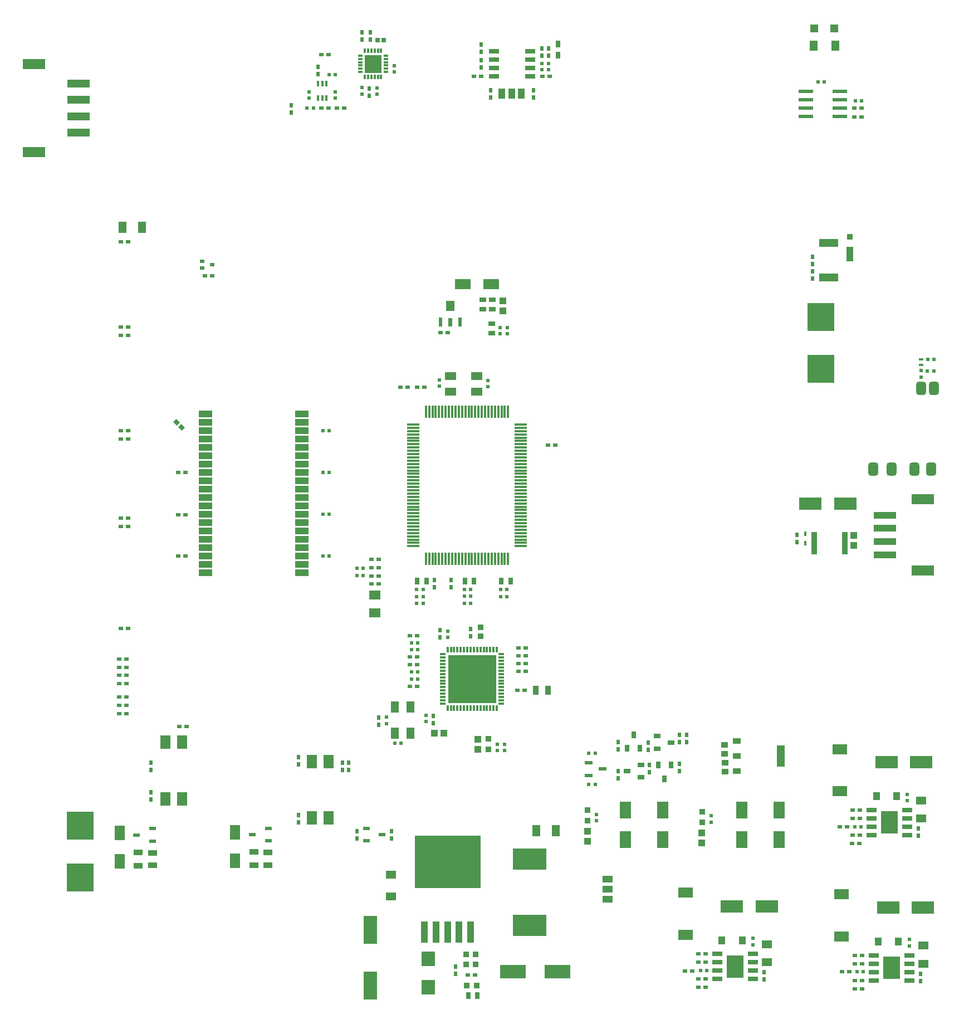
<source format=gtp>
G04*
G04 #@! TF.GenerationSoftware,Altium Limited,Altium Designer,22.2.1 (43)*
G04*
G04 Layer_Color=8421504*
%FSLAX25Y25*%
%MOIN*%
G70*
G04*
G04 #@! TF.SameCoordinates,1D5F905C-50EE-4002-88AC-00FA8B853EC3*
G04*
G04*
G04 #@! TF.FilePolarity,Positive*
G04*
G01*
G75*
G04:AMPARAMS|DCode=18|XSize=78.74mil|YSize=59.06mil|CornerRadius=14.76mil|HoleSize=0mil|Usage=FLASHONLY|Rotation=90.000|XOffset=0mil|YOffset=0mil|HoleType=Round|Shape=RoundedRectangle|*
%AMROUNDEDRECTD18*
21,1,0.07874,0.02953,0,0,90.0*
21,1,0.04921,0.05906,0,0,90.0*
1,1,0.02953,0.01476,0.02461*
1,1,0.02953,0.01476,-0.02461*
1,1,0.02953,-0.01476,-0.02461*
1,1,0.02953,-0.01476,0.02461*
%
%ADD18ROUNDEDRECTD18*%
%ADD19R,0.03347X0.03347*%
%ADD20R,0.04409X0.08543*%
%ADD21R,0.06004X0.02559*%
%ADD22R,0.02362X0.02953*%
%ADD23R,0.02953X0.02362*%
%ADD24R,0.03150X0.03937*%
%ADD25R,0.03937X0.05906*%
%ADD26R,0.02441X0.02205*%
%ADD27R,0.11811X0.04921*%
%ADD28R,0.04724X0.07087*%
%ADD29R,0.16142X0.16929*%
%ADD30R,0.13780X0.04724*%
%ADD31R,0.13386X0.05906*%
%ADD32R,0.05906X0.03937*%
%ADD33R,0.08661X0.06299*%
%ADD34R,0.02559X0.04331*%
%ADD35R,0.04331X0.02559*%
%ADD36R,0.05118X0.12795*%
%ADD37R,0.05118X0.03740*%
%ADD38R,0.04016X0.03425*%
%ADD39R,0.39370X0.31496*%
%ADD40R,0.03937X0.12598*%
%ADD41R,0.02559X0.01378*%
%ADD42R,0.02205X0.02441*%
%ADD43R,0.06102X0.08268*%
%ADD44R,0.15748X0.08465*%
%ADD45R,0.13780X0.03937*%
%ADD46R,0.13780X0.06299*%
%ADD47R,0.06496X0.04528*%
%ADD48R,0.03937X0.02362*%
%ADD49R,0.01575X0.03740*%
%ADD50R,0.02559X0.02520*%
%ADD51R,0.03150X0.01181*%
%ADD52R,0.01181X0.03150*%
%ADD53R,0.10433X0.10827*%
%ADD54R,0.04961X0.04606*%
%ADD55R,0.08661X0.02362*%
%ADD56R,0.02520X0.01850*%
%ADD57R,0.08465X0.17126*%
%ADD58R,0.04528X0.06496*%
%ADD59R,0.03071X0.03898*%
%ADD60R,0.03740X0.03740*%
%ADD61R,0.08071X0.08858*%
%ADD62R,0.20079X0.12598*%
%ADD63R,0.06102X0.09055*%
%ADD64R,0.03543X0.05512*%
%ADD65R,0.07087X0.10236*%
%ADD66R,0.01654X0.02677*%
%ADD67R,0.01181X0.07284*%
%ADD68R,0.07284X0.01181*%
%ADD69R,0.01181X0.03347*%
%ADD70R,0.03347X0.01181*%
%ADD71R,0.29134X0.29134*%
%ADD72R,0.07087X0.04724*%
G04:AMPARAMS|DCode=73|XSize=29.53mil|YSize=23.62mil|CornerRadius=0mil|HoleSize=0mil|Usage=FLASHONLY|Rotation=315.000|XOffset=0mil|YOffset=0mil|HoleType=Round|Shape=Rectangle|*
%AMROTATEDRECTD73*
4,1,4,-0.01879,0.00209,-0.00209,0.01879,0.01879,-0.00209,0.00209,-0.01879,-0.01879,0.00209,0.0*
%
%ADD73ROTATEDRECTD73*%

%ADD74R,0.05512X0.03740*%
%ADD75R,0.05709X0.03740*%
%ADD76R,0.07087X0.05512*%
%ADD77R,0.03701X0.03189*%
%ADD78R,0.02244X0.05512*%
%ADD79R,0.03937X0.03937*%
%ADD80R,0.09252X0.06102*%
%ADD81R,0.03898X0.03071*%
%ADD82R,0.03937X0.03937*%
%ADD83R,0.03740X0.03543*%
%ADD84R,0.04921X0.02362*%
%ADD85R,0.03347X0.13504*%
%ADD86R,0.13780X0.07284*%
%ADD87R,0.02362X0.02756*%
%ADD88R,0.06417X0.04606*%
%ADD89R,0.04409X0.04803*%
%ADD90R,0.06004X0.02756*%
%ADD91R,0.10079X0.13583*%
%ADD92R,0.08248X0.04016*%
G36*
X259863Y420562D02*
Y415739D01*
X257304D01*
Y420562D01*
X259863D01*
D02*
G37*
G36*
X261073Y431093D02*
Y424991D01*
X256093D01*
Y431093D01*
X261073D01*
D02*
G37*
D18*
X548139Y378780D02*
D03*
X540265D02*
D03*
X522761Y330355D02*
D03*
X546383D02*
D03*
X536462D02*
D03*
X511816D02*
D03*
D19*
X497757Y469459D02*
D03*
D20*
Y458908D02*
D03*
D21*
X306268Y565424D02*
D03*
Y570424D02*
D03*
Y575424D02*
D03*
Y580424D02*
D03*
X284914D02*
D03*
Y575424D02*
D03*
Y570424D02*
D03*
Y565424D02*
D03*
D22*
X277166Y575208D02*
D03*
Y570877D02*
D03*
X282914Y557176D02*
D03*
Y552845D02*
D03*
X308386Y557176D02*
D03*
Y552845D02*
D03*
X313426Y582097D02*
D03*
Y577767D02*
D03*
X317363Y582058D02*
D03*
Y577727D02*
D03*
X277166Y580207D02*
D03*
Y584538D02*
D03*
X475376Y457486D02*
D03*
Y453155D02*
D03*
X475415Y448667D02*
D03*
Y444336D02*
D03*
X400040Y166979D02*
D03*
Y171310D02*
D03*
X359213Y149774D02*
D03*
Y145444D02*
D03*
X395828Y149892D02*
D03*
Y154223D02*
D03*
X377875Y153436D02*
D03*
Y149105D02*
D03*
X395867Y166979D02*
D03*
Y171310D02*
D03*
X377166Y162530D02*
D03*
Y166861D02*
D03*
X359253Y162609D02*
D03*
Y166940D02*
D03*
X167796Y153672D02*
D03*
Y158003D02*
D03*
X167717Y123515D02*
D03*
Y119184D02*
D03*
X197678Y150404D02*
D03*
Y154735D02*
D03*
X193977D02*
D03*
Y150404D02*
D03*
X163308Y543593D02*
D03*
Y547924D02*
D03*
X261812Y28515D02*
D03*
Y32845D02*
D03*
X223269Y109420D02*
D03*
Y113751D02*
D03*
X202598Y109459D02*
D03*
Y113790D02*
D03*
X179371Y566704D02*
D03*
Y571034D02*
D03*
X205670Y591743D02*
D03*
Y587412D02*
D03*
X210610Y591704D02*
D03*
Y587373D02*
D03*
X210237Y558160D02*
D03*
Y553829D02*
D03*
X248544Y182747D02*
D03*
Y178416D02*
D03*
X270749Y234696D02*
D03*
Y230365D02*
D03*
X215748Y181861D02*
D03*
Y177530D02*
D03*
X252519Y234184D02*
D03*
Y229853D02*
D03*
X259058Y259655D02*
D03*
Y263986D02*
D03*
X249213Y259655D02*
D03*
Y263986D02*
D03*
X79371Y150444D02*
D03*
Y154774D02*
D03*
X79468Y137058D02*
D03*
Y132727D02*
D03*
X538840Y111151D02*
D03*
Y115482D02*
D03*
X540258Y24222D02*
D03*
Y28553D02*
D03*
X446470Y24970D02*
D03*
Y29301D02*
D03*
D23*
X276969Y565444D02*
D03*
X272639D02*
D03*
X318111Y565522D02*
D03*
X313780D02*
D03*
X64725Y193987D02*
D03*
X60394D02*
D03*
X181536Y578554D02*
D03*
X185867D02*
D03*
X190670Y546349D02*
D03*
X195001D02*
D03*
X273465Y27606D02*
D03*
X269135D02*
D03*
X181379Y546389D02*
D03*
X185709D02*
D03*
X238702Y230881D02*
D03*
X234371D02*
D03*
X238662Y217925D02*
D03*
X234331D02*
D03*
X238662Y213397D02*
D03*
X234331D02*
D03*
X238702Y200326D02*
D03*
X234371D02*
D03*
X116142Y446151D02*
D03*
X111812D02*
D03*
X64725Y188988D02*
D03*
X60394D02*
D03*
Y184066D02*
D03*
X64725D02*
D03*
X60316Y206898D02*
D03*
X64646D02*
D03*
X60276Y211821D02*
D03*
X64607D02*
D03*
X60276Y216743D02*
D03*
X64607D02*
D03*
X60394Y201976D02*
D03*
X64725D02*
D03*
X299331Y223396D02*
D03*
X303662D02*
D03*
X299331Y218672D02*
D03*
X303662D02*
D03*
X299331Y213908D02*
D03*
X303662D02*
D03*
X500317Y546231D02*
D03*
X504647D02*
D03*
X500317Y541152D02*
D03*
X504647D02*
D03*
X299331Y209263D02*
D03*
X303662D02*
D03*
X298780Y197963D02*
D03*
X303111D02*
D03*
X317048Y344735D02*
D03*
X321379D02*
D03*
X100237Y303200D02*
D03*
X95906D02*
D03*
X100237Y278357D02*
D03*
X95906D02*
D03*
X100237Y328357D02*
D03*
X95906D02*
D03*
X211457Y276428D02*
D03*
X215788D02*
D03*
X215749Y271469D02*
D03*
X211418D02*
D03*
X211379Y261625D02*
D03*
X215709D02*
D03*
X215670Y266547D02*
D03*
X211339D02*
D03*
X252599Y411998D02*
D03*
X256930D02*
D03*
X96339Y176389D02*
D03*
X100670D02*
D03*
X503700Y126429D02*
D03*
X499370D02*
D03*
Y121507D02*
D03*
X503700D02*
D03*
X491613Y116428D02*
D03*
X495944D02*
D03*
X499253Y106467D02*
D03*
X503583D02*
D03*
X499331Y111428D02*
D03*
X503662D02*
D03*
X505118Y39421D02*
D03*
X500787D02*
D03*
Y34499D02*
D03*
X505118D02*
D03*
X493030Y29578D02*
D03*
X497361D02*
D03*
X500749Y24459D02*
D03*
X505079D02*
D03*
X500709Y19536D02*
D03*
X505040D02*
D03*
X399243Y30207D02*
D03*
X403574D02*
D03*
X411330Y40248D02*
D03*
X407000D02*
D03*
Y35326D02*
D03*
X411330D02*
D03*
X407000Y25247D02*
D03*
X411330D02*
D03*
X407000Y20325D02*
D03*
X411330D02*
D03*
X61418Y296192D02*
D03*
X65749D02*
D03*
X61399Y415286D02*
D03*
X65730D02*
D03*
X61399Y466231D02*
D03*
X65730D02*
D03*
X61399Y235129D02*
D03*
X65730D02*
D03*
X61399Y301114D02*
D03*
X65730D02*
D03*
X61399Y348396D02*
D03*
X65730D02*
D03*
X61399Y353319D02*
D03*
X65730D02*
D03*
X61399Y410364D02*
D03*
X65730D02*
D03*
X238662Y379499D02*
D03*
X242993D02*
D03*
X228819D02*
D03*
X233149D02*
D03*
D24*
X323190Y578200D02*
D03*
Y584893D02*
D03*
D25*
X301261Y555207D02*
D03*
X295355D02*
D03*
X289450D02*
D03*
D26*
X317520Y573200D02*
D03*
Y569420D02*
D03*
X313505Y573160D02*
D03*
Y569381D02*
D03*
X540431Y385513D02*
D03*
Y389292D02*
D03*
X189686Y552412D02*
D03*
Y556192D02*
D03*
X174252Y552333D02*
D03*
Y556113D02*
D03*
X205669Y558593D02*
D03*
Y554814D02*
D03*
X214805Y554735D02*
D03*
Y558515D02*
D03*
X225001Y571822D02*
D03*
Y568042D02*
D03*
X252205Y383829D02*
D03*
Y380050D02*
D03*
X281024Y379656D02*
D03*
Y383436D02*
D03*
X257087Y229735D02*
D03*
Y233515D02*
D03*
X220316Y181979D02*
D03*
Y178200D02*
D03*
X243977Y183160D02*
D03*
Y179381D02*
D03*
X288427Y411370D02*
D03*
Y415149D02*
D03*
X292640Y411409D02*
D03*
Y415189D02*
D03*
X346181Y119932D02*
D03*
Y123711D02*
D03*
X414688Y119173D02*
D03*
Y122953D02*
D03*
X286756Y161974D02*
D03*
Y165753D02*
D03*
X290970Y162013D02*
D03*
Y165793D02*
D03*
X532048Y135855D02*
D03*
Y132076D02*
D03*
X533505Y48907D02*
D03*
Y45128D02*
D03*
X439764Y49656D02*
D03*
Y45877D02*
D03*
D27*
X485100Y465695D02*
D03*
Y445025D02*
D03*
D28*
X321851Y114223D02*
D03*
X310040D02*
D03*
X225287Y172372D02*
D03*
Y188120D02*
D03*
X234736D02*
D03*
Y172372D02*
D03*
X62560Y474971D02*
D03*
X73977D02*
D03*
D29*
X480513Y390286D02*
D03*
Y421389D02*
D03*
X36969Y117018D02*
D03*
Y85916D02*
D03*
D30*
X36143Y561192D02*
D03*
Y551349D02*
D03*
Y541507D02*
D03*
Y531664D02*
D03*
D31*
X9528Y520050D02*
D03*
Y572806D02*
D03*
D32*
X352599Y73121D02*
D03*
Y79026D02*
D03*
Y84932D02*
D03*
D33*
X492835Y50759D02*
D03*
Y75955D02*
D03*
X491812Y162765D02*
D03*
Y137568D02*
D03*
X399385Y76979D02*
D03*
Y51782D02*
D03*
D34*
X386851Y145129D02*
D03*
X383072Y153396D02*
D03*
X390631D02*
D03*
X368268Y171507D02*
D03*
X372048Y163239D02*
D03*
X364489D02*
D03*
D35*
X364410Y149735D02*
D03*
X372678Y153515D02*
D03*
Y145956D02*
D03*
X390709Y166822D02*
D03*
X382442Y163042D02*
D03*
Y170601D02*
D03*
D36*
X456418Y158790D02*
D03*
D37*
X430040Y149774D02*
D03*
Y158790D02*
D03*
Y167806D02*
D03*
D38*
X422993Y149499D02*
D03*
Y154853D02*
D03*
X422914Y160050D02*
D03*
Y165404D02*
D03*
D39*
X256930Y95286D02*
D03*
D40*
X270828Y53554D02*
D03*
X263918D02*
D03*
X257009D02*
D03*
X250099D02*
D03*
X243190D02*
D03*
D41*
X540470Y392658D02*
D03*
Y396005D02*
D03*
D42*
X544171Y389213D02*
D03*
X547950D02*
D03*
X544368Y395985D02*
D03*
X548147D02*
D03*
X176634Y546310D02*
D03*
X172854D02*
D03*
X189764Y566389D02*
D03*
X185985D02*
D03*
X501064Y550837D02*
D03*
X504843D02*
D03*
X478701Y561979D02*
D03*
X482481D02*
D03*
X182284Y353436D02*
D03*
X186064D02*
D03*
X182284Y328357D02*
D03*
X186064D02*
D03*
X182284Y278239D02*
D03*
X186064D02*
D03*
X182284Y303397D02*
D03*
X186064D02*
D03*
X229056Y166229D02*
D03*
X225276D02*
D03*
X206457Y266782D02*
D03*
X202678D02*
D03*
Y271074D02*
D03*
X206457D02*
D03*
X238543Y250002D02*
D03*
X242323D02*
D03*
X238543Y254215D02*
D03*
X242323D02*
D03*
X238506Y258429D02*
D03*
X242285D02*
D03*
X267050Y258493D02*
D03*
X270830D02*
D03*
X267048Y254279D02*
D03*
X270828D02*
D03*
X267009Y250066D02*
D03*
X270788D02*
D03*
X288741Y254204D02*
D03*
X292520D02*
D03*
X288783Y258417D02*
D03*
X292562D02*
D03*
X341497Y141584D02*
D03*
X345276D02*
D03*
X341497Y160327D02*
D03*
X345276D02*
D03*
X500689Y116428D02*
D03*
X504468D02*
D03*
X502106Y29578D02*
D03*
X505886D02*
D03*
X408319Y30247D02*
D03*
X412098D02*
D03*
X239056Y204696D02*
D03*
X235276D02*
D03*
X239056Y209025D02*
D03*
X235276D02*
D03*
X239095Y226510D02*
D03*
X235316D02*
D03*
X239056Y222296D02*
D03*
X235276D02*
D03*
D43*
X175749Y155483D02*
D03*
X185749D02*
D03*
Y121625D02*
D03*
X175749D02*
D03*
X88072Y167058D02*
D03*
X98072D02*
D03*
Y133200D02*
D03*
X88072D02*
D03*
D44*
X296261Y29755D02*
D03*
X322639D02*
D03*
D45*
X518859Y279184D02*
D03*
Y287058D02*
D03*
Y294932D02*
D03*
Y302806D02*
D03*
D46*
X541300Y312255D02*
D03*
Y269735D02*
D03*
D47*
X222993Y87727D02*
D03*
Y74735D02*
D03*
D48*
X208308Y115503D02*
D03*
Y107983D02*
D03*
X217757Y111743D02*
D03*
X149647Y107925D02*
D03*
Y115445D02*
D03*
X140199Y111685D02*
D03*
X80356Y107728D02*
D03*
Y115248D02*
D03*
X70907Y111488D02*
D03*
D49*
X184528Y560995D02*
D03*
X181969D02*
D03*
X179410D02*
D03*
Y552333D02*
D03*
X181969D02*
D03*
X184528D02*
D03*
D50*
X218780Y587137D02*
D03*
X215237D02*
D03*
D51*
X204646Y577806D02*
D03*
Y575837D02*
D03*
Y573869D02*
D03*
Y571900D02*
D03*
Y569932D02*
D03*
Y567963D02*
D03*
X220001D02*
D03*
Y569932D02*
D03*
Y571900D02*
D03*
Y573869D02*
D03*
Y575837D02*
D03*
Y577806D02*
D03*
D52*
X207402Y565207D02*
D03*
X209371D02*
D03*
X211339D02*
D03*
X213308D02*
D03*
X215276D02*
D03*
X217245D02*
D03*
Y580562D02*
D03*
X215276D02*
D03*
X213308D02*
D03*
X211339D02*
D03*
X209371D02*
D03*
X207402D02*
D03*
D53*
X212323Y572885D02*
D03*
D54*
X476398Y594107D02*
D03*
X488406D02*
D03*
D55*
X491772Y541290D02*
D03*
Y546290D02*
D03*
Y556290D02*
D03*
X471300Y541290D02*
D03*
Y546290D02*
D03*
Y556290D02*
D03*
X491772Y551290D02*
D03*
X471300D02*
D03*
D56*
X116142Y452845D02*
D03*
X110237Y450877D02*
D03*
Y454814D02*
D03*
D57*
X210909Y21546D02*
D03*
Y54617D02*
D03*
D58*
X489016Y583869D02*
D03*
X476024D02*
D03*
D59*
X269331Y15399D02*
D03*
X274842D02*
D03*
X238819Y263494D02*
D03*
X244330D02*
D03*
X267323Y263455D02*
D03*
X272835D02*
D03*
X289253Y263436D02*
D03*
X294764D02*
D03*
D60*
X268504Y21306D02*
D03*
X274409D02*
D03*
X267953Y33906D02*
D03*
X273859D02*
D03*
X267953Y40010D02*
D03*
X273859D02*
D03*
D61*
X245434Y37352D02*
D03*
Y20423D02*
D03*
D62*
X305946Y57452D02*
D03*
Y97215D02*
D03*
D63*
X129922Y96034D02*
D03*
Y112963D02*
D03*
X60631Y95837D02*
D03*
Y112767D02*
D03*
D64*
X317187Y198003D02*
D03*
X309706D02*
D03*
D65*
X455359Y126535D02*
D03*
Y108819D02*
D03*
X433114Y108779D02*
D03*
Y126496D02*
D03*
X385827Y108779D02*
D03*
Y126496D02*
D03*
X363582Y108751D02*
D03*
Y126467D02*
D03*
D66*
X471024Y291729D02*
D03*
Y286020D02*
D03*
D67*
X244017Y364578D02*
D03*
X245985D02*
D03*
X247954D02*
D03*
X249922D02*
D03*
X251890D02*
D03*
X253859D02*
D03*
X255827D02*
D03*
X257796D02*
D03*
X259765D02*
D03*
X261733D02*
D03*
X263702D02*
D03*
X265670D02*
D03*
X267638D02*
D03*
X269607D02*
D03*
X271575D02*
D03*
X273544D02*
D03*
X275513D02*
D03*
X277481D02*
D03*
X279450D02*
D03*
X281418D02*
D03*
X283386D02*
D03*
X285355D02*
D03*
X287323D02*
D03*
X289292D02*
D03*
X291261D02*
D03*
X293229D02*
D03*
Y276782D02*
D03*
X291261D02*
D03*
X289292D02*
D03*
X287323D02*
D03*
X285355D02*
D03*
X283386D02*
D03*
X281418D02*
D03*
X279450D02*
D03*
X277481D02*
D03*
X275513D02*
D03*
X273544D02*
D03*
X271575D02*
D03*
X269607D02*
D03*
X267638D02*
D03*
X265670D02*
D03*
X263702D02*
D03*
X261733D02*
D03*
X259765D02*
D03*
X257796D02*
D03*
X255827D02*
D03*
X253859D02*
D03*
X251890D02*
D03*
X249922D02*
D03*
X247954D02*
D03*
X245985D02*
D03*
X244017D02*
D03*
D68*
X300709Y357097D02*
D03*
Y355129D02*
D03*
Y353160D02*
D03*
Y351192D02*
D03*
Y349223D02*
D03*
Y347255D02*
D03*
Y345286D02*
D03*
Y343318D02*
D03*
Y341349D02*
D03*
Y339381D02*
D03*
Y337412D02*
D03*
Y335444D02*
D03*
Y333475D02*
D03*
Y331507D02*
D03*
Y329538D02*
D03*
Y327570D02*
D03*
Y325601D02*
D03*
Y323633D02*
D03*
Y321664D02*
D03*
Y319696D02*
D03*
Y317727D02*
D03*
Y315759D02*
D03*
Y313790D02*
D03*
Y311822D02*
D03*
Y309853D02*
D03*
Y307885D02*
D03*
Y305916D02*
D03*
Y303948D02*
D03*
Y301979D02*
D03*
Y300011D02*
D03*
Y298042D02*
D03*
Y296074D02*
D03*
Y294105D02*
D03*
Y292137D02*
D03*
Y290168D02*
D03*
Y288200D02*
D03*
Y286231D02*
D03*
Y284263D02*
D03*
X236536D02*
D03*
Y286231D02*
D03*
Y288200D02*
D03*
Y290168D02*
D03*
Y292137D02*
D03*
Y294105D02*
D03*
Y296074D02*
D03*
Y298042D02*
D03*
Y300011D02*
D03*
Y301979D02*
D03*
Y303948D02*
D03*
Y305916D02*
D03*
Y307885D02*
D03*
Y309853D02*
D03*
Y311822D02*
D03*
Y313790D02*
D03*
Y315759D02*
D03*
Y317727D02*
D03*
Y319696D02*
D03*
Y321664D02*
D03*
Y323633D02*
D03*
Y325601D02*
D03*
Y327570D02*
D03*
Y329538D02*
D03*
Y331507D02*
D03*
Y333475D02*
D03*
Y335444D02*
D03*
Y337412D02*
D03*
Y339381D02*
D03*
Y341349D02*
D03*
Y343318D02*
D03*
Y345286D02*
D03*
Y347255D02*
D03*
Y349223D02*
D03*
Y351192D02*
D03*
Y353160D02*
D03*
Y355129D02*
D03*
Y357097D02*
D03*
D69*
X256969Y187333D02*
D03*
X258938D02*
D03*
X260906D02*
D03*
X262875D02*
D03*
X264843D02*
D03*
X266812D02*
D03*
X268780D02*
D03*
X270749D02*
D03*
X272717D02*
D03*
X274686D02*
D03*
X276654D02*
D03*
X278623D02*
D03*
X280591D02*
D03*
X282560D02*
D03*
X284528D02*
D03*
X286497D02*
D03*
Y222373D02*
D03*
X284528D02*
D03*
X282560D02*
D03*
X280591D02*
D03*
X278623D02*
D03*
X276654D02*
D03*
X274686D02*
D03*
X272717D02*
D03*
X270749D02*
D03*
X268780D02*
D03*
X266812D02*
D03*
X264843D02*
D03*
X262875D02*
D03*
X260906D02*
D03*
X258938D02*
D03*
X256969D02*
D03*
D70*
X289253Y190089D02*
D03*
Y192058D02*
D03*
Y194026D02*
D03*
Y195995D02*
D03*
Y197963D02*
D03*
Y199932D02*
D03*
Y201900D02*
D03*
Y203869D02*
D03*
Y205837D02*
D03*
Y207806D02*
D03*
Y209774D02*
D03*
Y211743D02*
D03*
Y213711D02*
D03*
Y215680D02*
D03*
Y217648D02*
D03*
Y219617D02*
D03*
X254213D02*
D03*
Y217648D02*
D03*
Y215680D02*
D03*
Y213711D02*
D03*
Y211743D02*
D03*
Y209774D02*
D03*
Y207806D02*
D03*
Y205837D02*
D03*
Y203869D02*
D03*
Y201900D02*
D03*
Y199932D02*
D03*
Y197963D02*
D03*
Y195995D02*
D03*
Y194026D02*
D03*
Y192058D02*
D03*
Y190089D02*
D03*
D71*
X271733Y204853D02*
D03*
D72*
X274371Y376664D02*
D03*
X258623D02*
D03*
Y386113D02*
D03*
X274371D02*
D03*
D73*
X97831Y355409D02*
D03*
X94769Y358471D02*
D03*
D74*
X149451Y93515D02*
D03*
Y100995D02*
D03*
X80316Y93397D02*
D03*
Y100877D02*
D03*
D75*
X141183Y101270D02*
D03*
Y93397D02*
D03*
X71891Y101074D02*
D03*
Y93200D02*
D03*
D76*
X213544Y255128D02*
D03*
Y244498D02*
D03*
D77*
X276654Y230483D02*
D03*
Y235759D02*
D03*
D78*
X252678Y418495D02*
D03*
X264489D02*
D03*
D79*
X254883Y172411D02*
D03*
X248977D02*
D03*
D80*
X266064Y441173D02*
D03*
X282993D02*
D03*
D81*
X278151Y431723D02*
D03*
Y426211D02*
D03*
X283861Y431723D02*
D03*
Y426211D02*
D03*
X283465Y411803D02*
D03*
Y417315D02*
D03*
D82*
X289964Y430897D02*
D03*
Y424991D02*
D03*
X340708Y113593D02*
D03*
Y107688D02*
D03*
X409216Y112795D02*
D03*
Y106890D02*
D03*
X500219Y284859D02*
D03*
Y290765D02*
D03*
X275095Y162727D02*
D03*
Y168633D02*
D03*
D83*
X340748Y119932D02*
D03*
Y126231D02*
D03*
X409294Y119095D02*
D03*
Y125395D02*
D03*
X281592Y162609D02*
D03*
Y168908D02*
D03*
D84*
X341379Y154696D02*
D03*
Y147215D02*
D03*
X349646Y150955D02*
D03*
D85*
X494647Y285922D02*
D03*
X476537D02*
D03*
D86*
X474095Y309663D02*
D03*
X494961D02*
D03*
X540533Y154990D02*
D03*
X519667D02*
D03*
X541561Y68042D02*
D03*
X520695D02*
D03*
X448111Y68771D02*
D03*
X427245D02*
D03*
D87*
X466004Y291001D02*
D03*
Y286670D02*
D03*
D88*
X540494Y121428D02*
D03*
Y132215D02*
D03*
X541911Y34499D02*
D03*
Y45286D02*
D03*
X448151Y35247D02*
D03*
Y46034D02*
D03*
D89*
X525809Y134713D02*
D03*
X513604D02*
D03*
X526832Y47765D02*
D03*
X514628D02*
D03*
X433387Y48495D02*
D03*
X421182D02*
D03*
D90*
X510741Y126464D02*
D03*
Y121464D02*
D03*
Y116464D02*
D03*
Y111464D02*
D03*
X532095D02*
D03*
Y116464D02*
D03*
Y121464D02*
D03*
Y126464D02*
D03*
X512158Y39516D02*
D03*
Y34517D02*
D03*
Y29517D02*
D03*
Y24517D02*
D03*
X533512D02*
D03*
Y29517D02*
D03*
Y34517D02*
D03*
Y39516D02*
D03*
X418371Y40246D02*
D03*
Y35246D02*
D03*
Y30246D02*
D03*
Y25246D02*
D03*
X439725D02*
D03*
Y30246D02*
D03*
Y35246D02*
D03*
Y40246D02*
D03*
D91*
X521418Y118964D02*
D03*
X522835Y32017D02*
D03*
X429048Y32746D02*
D03*
D92*
X169812Y268337D02*
D03*
Y273337D02*
D03*
Y278337D02*
D03*
Y283337D02*
D03*
Y288337D02*
D03*
Y293337D02*
D03*
Y298337D02*
D03*
Y303337D02*
D03*
Y308337D02*
D03*
Y313337D02*
D03*
Y318337D02*
D03*
Y323337D02*
D03*
Y328337D02*
D03*
Y333337D02*
D03*
Y338337D02*
D03*
Y343337D02*
D03*
Y348337D02*
D03*
Y353337D02*
D03*
Y358337D02*
D03*
Y363337D02*
D03*
X112079D02*
D03*
Y358337D02*
D03*
Y353337D02*
D03*
Y348337D02*
D03*
Y343337D02*
D03*
Y338337D02*
D03*
Y333337D02*
D03*
Y328337D02*
D03*
Y323337D02*
D03*
Y318337D02*
D03*
Y313337D02*
D03*
Y308337D02*
D03*
Y303337D02*
D03*
Y298337D02*
D03*
Y293337D02*
D03*
Y288337D02*
D03*
Y283337D02*
D03*
Y278337D02*
D03*
Y273337D02*
D03*
Y268337D02*
D03*
M02*

</source>
